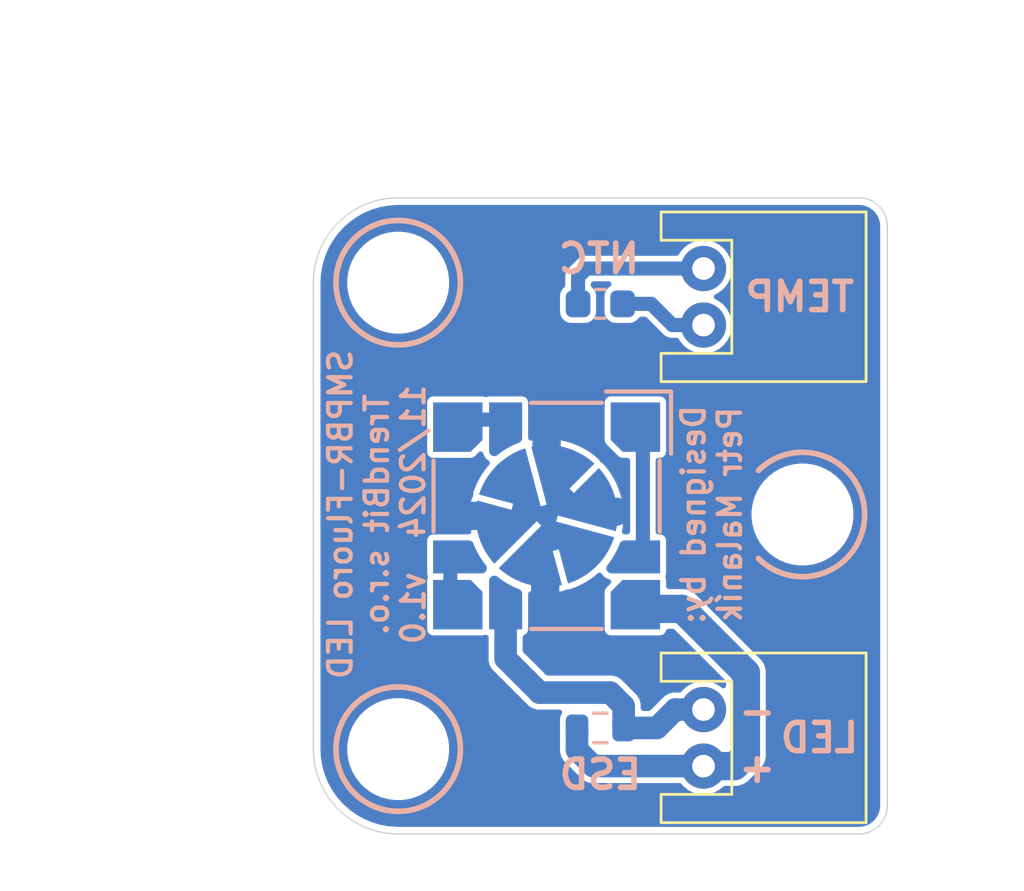
<source format=kicad_pcb>
(kicad_pcb (version 20240108) (generator "pcbnew") (generator_version "8.0")
  (title_block (title "SMPBR - Fluorometer LED 10W") (date "2024-11-22") (rev "${VERSION}") (company "TrendBit s.r.o.") (comment 1 "Designed by: Petr Malaník"))
  (layers (0 "F.Cu" signal) (31 "B.Cu" signal) (34 "B.Paste" user) (35 "F.Paste" user) (36 "B.SilkS" user "B.Silkscreen") (37 "F.SilkS" user "F.Silkscreen") (38 "B.Mask" user) (39 "F.Mask" user) (44 "Edge.Cuts" user))
  (property "VERSION" "1.0")
  (net 0 "")
  (net 1 "/LED_K")
  (net 2 "/LED_A")
  (net 3 "Net-(J1-Pin_2)")
  (net 4 "Net-(J1-Pin_1)")
  (net 5 "unconnected-(D1-SLUG-Pad9)")
  (net 6 "Net-(D1-A4)")
  (net 7 "Net-(D1-A3)")
  (net 8 "Net-(D1-A2)")
  (footprint "MountingHole:MountingHole_3.2mm_M3" (layer "F.Cu") (at 138 104.5)
    (property "Reference" "MK1" (hide yes))
    (property "Value" "M2.5")
    (pad "" np_thru_hole circle (at 0 0) (size 3.2 3.2) (drill 3.2) (layers "*.Cu" "*.Mask"))
  )
  (footprint "TCY_connectors:Hirose_DF3A-02P-2DS_1x02_P2.00mm_Horizontal" (layer "F.Cu") (at 151.3 104.1 90)
    (property "Reference" "J3" (hide yes))
    (property "Value" "DF3A-2P-2DS")
    (fp_line (start 3 -4) (end 3 3.25) (stroke (width 0.1)) (layer "F.SilkS"))
    (fp_line (start 2 -4) (end 3 -4) (stroke (width 0.1)) (layer "F.SilkS"))
    (fp_line (start -2 -4) (end -2 -1.5) (stroke (width 0.1)) (layer "F.SilkS"))
    (fp_line (start -3 -4) (end -2 -4) (stroke (width 0.1)) (layer "F.SilkS"))
    (fp_line (start -3 -4) (end -3 3.25) (stroke (width 0.1)) (layer "F.SilkS"))
    (fp_line (start 2 -1.5) (end 2 -4) (stroke (width 0.1)) (layer "F.SilkS"))
    (fp_line (start -2 -1.5) (end 2 -1.5) (stroke (width 0.1)) (layer "F.SilkS"))
    (fp_line (start 3 3.25) (end -3 3.25) (stroke (width 0.1)) (layer "F.SilkS"))
    (pad "1" thru_hole circle (at -1 -2.5 90) (size 1.6 1.6) (drill 0.8) (layers "*.Cu" "*.Mask") (net 2 "/LED_A"))
    (pad "2" thru_hole circle (at 1 -2.5 90) (size 1.6 1.6) (drill 0.8) (layers "*.Cu" "*.Mask") (net 1 "/LED_K"))
  )
  (footprint "MountingHole:MountingHole_3.2mm_M3" (layer "F.Cu") (at 152.3 96.2)
    (property "Reference" "MK3" (hide yes))
    (property "Value" "M2.5")
    (pad "" np_thru_hole circle (at 0 0) (size 3.2 3.2) (drill 3.2) (layers "*.Cu" "*.Mask"))
  )
  (footprint "TCY_connectors:Hirose_DF3A-02P-2DS_1x02_P2.00mm_Horizontal" (layer "F.Cu") (at 151.3 88.5 90)
    (property "Reference" "J1" (hide yes))
    (property "Value" "DF3A-2P-2DS")
    (fp_line (start 3 -4) (end 3 3.25) (stroke (width 0.1)) (layer "F.SilkS"))
    (fp_line (start 2 -4) (end 3 -4) (stroke (width 0.1)) (layer "F.SilkS"))
    (fp_line (start -2 -4) (end -2 -1.5) (stroke (width 0.1)) (layer "F.SilkS"))
    (fp_line (start -3 -4) (end -2 -4) (stroke (width 0.1)) (layer "F.SilkS"))
    (fp_line (start -3 -4) (end -3 3.25) (stroke (width 0.1)) (layer "F.SilkS"))
    (fp_line (start 2 -1.5) (end 2 -4) (stroke (width 0.1)) (layer "F.SilkS"))
    (fp_line (start -2 -1.5) (end 2 -1.5) (stroke (width 0.1)) (layer "F.SilkS"))
    (fp_line (start 3 3.25) (end -3 3.25) (stroke (width 0.1)) (layer "F.SilkS"))
    (pad "1" thru_hole circle (at -1 -2.5 90) (size 1.6 1.6) (drill 0.8) (layers "*.Cu" "*.Mask") (net 4 "Net-(J1-Pin_1)"))
    (pad "2" thru_hole circle (at 1 -2.5 90) (size 1.6 1.6) (drill 0.8) (layers "*.Cu" "*.Mask") (net 3 "Net-(J1-Pin_2)"))
  )
  (footprint "MountingHole:MountingHole_3.2mm_M3" (layer "F.Cu") (at 138 88)
    (property "Reference" "MK2" (hide yes))
    (property "Value" "M2.5")
    (pad "" np_thru_hole circle (at 0 0) (size 3.2 3.2) (drill 3.2) (layers "*.Cu" "*.Mask"))
  )
  (footprint "TCY_smd_leds:OSRAM_LZ4-00" (layer "B.Cu") (at 143.25 96.25 90)
    (property "Reference" "D1" (hide yes))
    (property "Value" "LZ4-00G108")
    (fp_line (start 1.95 -4) (end -0.55 -4) (stroke (width 0.15)) (layer "B.SilkS"))
    (fp_line (start 4 1.95) (end 4 -0.55) (stroke (width 0.15)) (layer "B.SilkS"))
    (fp_line (start -4 1.95) (end -4 -0.55) (stroke (width 0.15)) (layer "B.SilkS"))
    (fp_line (start 4.4 2.1) (end 4.4 4.4) (stroke (width 0.15)) (layer "B.SilkS"))
    (fp_line (start 1.95 4) (end -0.55 4) (stroke (width 0.15)) (layer "B.SilkS"))
    (fp_line (start 4.4 4.4) (end 2.2 4.4) (stroke (width 0.15)) (layer "B.SilkS"))
    (pad "1" smd custom (at -3.29 3.16 90) (size 1 1) (layers "B.Cu") (net 2 "/LED_A") (options (clearance outline) (anchor rect)) (primitives (gr_poly (pts (xy -0.72 -0.89) (xy -0.72 0.85) (xy 1.02 0.85) (xy 1.02 -0.47) (xy 0.6 -0.89)) (width 0.01) (fill yes))))
    (pad "2" smd custom (at -1.45 3.405 90) (size 1 1) (layers "B.Cu") (net 8 "Net-(D1-A2)") (options (clearance outline) (anchor rect)) (primitives (gr_poly (pts (xy -0.58 -1.1068) (xy -0.58 0.605) (xy 0.58 0.605) (xy 0.58 -0.649) (xy 0.58 -0.656) (xy 0.579 -0.662) (xy 0.579 -0.669) (xy 0.578 -0.676) (xy 0.577 -0.683) (xy 0.575 -0.689) (xy 0.574 -0.696) (xy 0.572 -0.702) (xy 0.57 -0.709) (xy 0.567 -0.715) (xy 0.565 -0.722) (xy 0.562 -0.728) (xy 0.559 -0.734) (xy 0.555 -0.74) (xy 0.552 -0.746) (xy 0.548 -0.751) (xy 0.544 -0.757) (xy 0.54 -0.762) (xy 0.536 -0.767) (xy 0.531 -0.772) (xy 0.526 -0.777) (xy 0.521 -0.782) (xy 0.516 -0.786) (xy 0.511 -0.791) (xy 0.505 -0.795) (xy 0.5 -0.799) (xy 0.494 -0.802) (xy 0.488 -0.806) (xy 0.482 -0.809) (xy 0.477 -0.812) (xy 0.43 -0.83) (xy 0.403 -0.84) (xy 0.376 -0.852) (xy 0.35 -0.863) (xy 0.323 -0.875) (xy 0.297 -0.886) (xy 0.27 -0.899) (xy 0.244 -0.911) (xy 0.218 -0.924) (xy 0.192 -0.937) (xy 0.166 -0.95) (xy 0.141 -0.964) (xy 0.115 -0.978) (xy 0.09 -0.992) (xy 0.065 -1.006) (xy 0.04 -1.021) (xy 0.015 -1.036) (xy -0.01 -1.051) (xy -0.034 -1.066) (xy -0.059 -1.082) (xy -0.083 -1.098) (xy -0.107 -1.114) (xy -0.131 -1.13) (xy -0.155 -1.147) (xy -0.178 -1.164) (xy -0.202 -1.181) (xy -0.225 -1.199) (xy -0.248 -1.216) (xy -0.271 -1.234) (xy -0.287 -1.247) (xy -0.297 -1.255) (xy -0.309 -1.262) (xy -0.321 -1.269) (xy -0.333 -1.274) (xy -0.346 -1.279) (xy -0.359 -1.282) (xy -0.372 -1.285) (xy -0.385 -1.286) (xy -0.399 -1.287) (xy -0.412 -1.287) (xy -0.426 -1.285) (xy -0.439 -1.283) (xy -0.452 -1.279) (xy -0.465 -1.275) (xy -0.477 -1.269) (xy -0.489 -1.263) (xy -0.501 -1.256) (xy -0.512 -1.248) (xy -0.522 -1.239) (xy -0.532 -1.23) (xy -0.54 -1.219) (xy -0.549 -1.209) (xy -0.556 -1.197) (xy -0.562 -1.185) (xy -0.567 -1.173) (xy -0.572 -1.16) (xy -0.575 -1.147) (xy -0.578 -1.134) (xy -0.579 -1.12) (xy -0.58 -1.107) (xy -0.58 -1.1068)) (width 0.01) (fill yes))))
    (pad "3" smd custom (at 3.14 3.31 90) (size 1 1) (layers "B.Cu") (net 8 "Net-(D1-A2)") (options (clearance outline) (anchor rect)) (primitives (gr_poly (pts (xy -0.87 0.7) (xy 0.87 0.7) (xy 0.87 -1.04) (xy -0.45 -1.04) (xy -0.87 -0.62)) (width 0.01) (fill yes))))
    (pad "4" smd custom (at 3.405 -1.45 90) (size 1 1) (layers "B.Cu") (net 7 "Net-(D1-A3)") (options (clearance outline) (anchor rect)) (primitives (gr_poly (pts (xy -1.1068 -0.58) (xy 0.605 -0.58) (xy 0.605 0.58) (xy -0.649 0.58) (xy -0.656 0.58) (xy -0.662 0.579) (xy -0.669 0.579) (xy -0.676 0.578) (xy -0.683 0.577) (xy -0.689 0.575) (xy -0.696 0.574) (xy -0.702 0.572) (xy -0.709 0.57) (xy -0.715 0.567) (xy -0.722 0.565) (xy -0.728 0.562) (xy -0.734 0.559) (xy -0.74 0.555) (xy -0.746 0.552) (xy -0.751 0.548) (xy -0.757 0.544) (xy -0.762 0.54) (xy -0.767 0.536) (xy -0.772 0.531) (xy -0.777 0.526) (xy -0.782 0.521) (xy -0.786 0.516) (xy -0.791 0.511) (xy -0.795 0.505) (xy -0.799 0.5) (xy -0.802 0.494) (xy -0.806 0.488) (xy -0.809 0.482) (xy -0.812 0.477) (xy -0.83 0.43) (xy -0.84 0.403) (xy -0.852 0.376) (xy -0.863 0.35) (xy -0.875 0.323) (xy -0.886 0.297) (xy -0.899 0.27) (xy -0.911 0.244) (xy -0.924 0.218) (xy -0.937 0.192) (xy -0.95 0.166) (xy -0.964 0.141) (xy -0.978 0.115) (xy -0.992 0.09) (xy -1.006 0.065) (xy -1.021 0.04) (xy -1.036 0.015) (xy -1.051 -0.01) (xy -1.066 -0.034) (xy -1.082 -0.059) (xy -1.098 -0.083) (xy -1.114 -0.107) (xy -1.13 -0.131) (xy -1.147 -0.155) (xy -1.164 -0.178) (xy -1.181 -0.202) (xy -1.199 -0.225) (xy -1.216 -0.248) (xy -1.234 -0.271) (xy -1.247 -0.287) (xy -1.255 -0.297) (xy -1.262 -0.309) (xy -1.269 -0.321) (xy -1.274 -0.333) (xy -1.279 -0.346) (xy -1.282 -0.359) (xy -1.285 -0.372) (xy -1.286 -0.385) (xy -1.287 -0.399) (xy -1.287 -0.412) (xy -1.285 -0.426) (xy -1.283 -0.439) (xy -1.279 -0.452) (xy -1.275 -0.465) (xy -1.269 -0.477) (xy -1.263 -0.489) (xy -1.256 -0.501) (xy -1.248 -0.512) (xy -1.239 -0.522) (xy -1.23 -0.532) (xy -1.219 -0.54) (xy -1.209 -0.549) (xy -1.197 -0.556) (xy -1.185 -0.562) (xy -1.173 -0.567) (xy -1.16 -0.572) (xy -1.147 -0.575) (xy -1.134 -0.578) (xy -1.12 -0.579) (xy -1.107 -0.58) (xy -1.1068 -0.58)) (width 0.01) (fill yes))))
    (pad "5" smd custom (at 3.29 -3.16 90) (size 1 1) (layers "B.Cu") (net 7 "Net-(D1-A3)") (options (clearance outline) (anchor rect)) (primitives (gr_poly (pts (xy 0.72 0.89) (xy 0.72 -0.85) (xy -1.02 -0.85) (xy -1.02 0.47) (xy -0.6 0.89)) (width 0.01) (fill yes))))
    (pad "6" smd custom (at -1.45 -3.405 90) (size 1 1) (layers "B.Cu") (net 6 "Net-(D1-A4)") (options (clearance outline) (anchor rect)) (primitives (gr_poly (pts (xy -0.58 1.1068) (xy -0.58 -0.605) (xy 0.58 -0.605) (xy 0.58 0.649) (xy 0.58 0.656) (xy 0.579 0.662) (xy 0.579 0.669) (xy 0.578 0.676) (xy 0.577 0.683) (xy 0.575 0.689) (xy 0.574 0.696) (xy 0.572 0.702) (xy 0.57 0.709) (xy 0.567 0.715) (xy 0.565 0.722) (xy 0.562 0.728) (xy 0.559 0.734) (xy 0.555 0.74) (xy 0.552 0.746) (xy 0.548 0.751) (xy 0.544 0.757) (xy 0.54 0.762) (xy 0.536 0.767) (xy 0.531 0.772) (xy 0.526 0.777) (xy 0.521 0.782) (xy 0.516 0.786) (xy 0.511 0.791) (xy 0.505 0.795) (xy 0.5 0.799) (xy 0.494 0.802) (xy 0.488 0.806) (xy 0.482 0.809) (xy 0.477 0.812) (xy 0.43 0.83) (xy 0.403 0.84) (xy 0.376 0.852) (xy 0.35 0.863) (xy 0.323 0.875) (xy 0.297 0.886) (xy 0.27 0.899) (xy 0.244 0.911) (xy 0.218 0.924) (xy 0.192 0.937) (xy 0.166 0.95) (xy 0.141 0.964) (xy 0.115 0.978) (xy 0.09 0.992) (xy 0.065 1.006) (xy 0.04 1.021) (xy 0.015 1.036) (xy -0.01 1.051) (xy -0.034 1.066) (xy -0.059 1.082) (xy -0.083 1.098) (xy -0.107 1.114) (xy -0.131 1.13) (xy -0.155 1.147) (xy -0.178 1.164) (xy -0.202 1.181) (xy -0.225 1.199) (xy -0.248 1.216) (xy -0.271 1.234) (xy -0.287 1.247) (xy -0.297 1.255) (xy -0.309 1.262) (xy -0.321 1.269) (xy -0.333 1.274) (xy -0.346 1.279) (xy -0.359 1.282) (xy -0.372 1.285) (xy -0.385 1.286) (xy -0.399 1.287) (xy -0.412 1.287) (xy -0.426 1.285) (xy -0.439 1.283) (xy -0.452 1.279) (xy -0.465 1.275) (xy -0.477 1.269) (xy -0.489 1.263) (xy -0.501 1.256) (xy -0.512 1.248) (xy -0.522 1.239) (xy -0.532 1.23) (xy -0.54 1.219) (xy -0.549 1.209) (xy -0.556 1.197) (xy -0.562 1.185) (xy -0.567 1.173) (xy -0.572 1.16) (xy -0.575 1.147) (xy -0.578 1.134) (xy -0.579 1.12) (xy -0.58 1.107) (xy -0.58 1.1068)) (width 0.01) (fill yes))))
    (pad "7" smd custom (at -3.14 -3.31 90) (size 1 1) (layers "B.Cu") (net 6 "Net-(D1-A4)") (options (clearance outline) (anchor rect)) (primitives (gr_poly (pts (xy -0.87 1.04) (xy -0.87 -0.7) (xy 0.87 -0.7) (xy 0.87 0.62) (xy 0.45 1.04)) (width 0.01) (fill yes))))
    (pad "8" smd custom (at -3.405 -1.45 90) (size 1 1) (layers "B.Cu") (net 1 "/LED_K") (options (clearance outline) (anchor rect)) (primitives (gr_poly (pts (xy 1.1068 -0.58) (xy -0.605 -0.58) (xy -0.605 0.58) (xy 0.649 0.58) (xy 0.656 0.58) (xy 0.662 0.579) (xy 0.669 0.579) (xy 0.676 0.578) (xy 0.683 0.577) (xy 0.689 0.575) (xy 0.696 0.574) (xy 0.702 0.572) (xy 0.709 0.57) (xy 0.715 0.567) (xy 0.722 0.565) (xy 0.728 0.562) (xy 0.734 0.559) (xy 0.74 0.555) (xy 0.746 0.552) (xy 0.751 0.548) (xy 0.757 0.544) (xy 0.762 0.54) (xy 0.767 0.536) (xy 0.772 0.531) (xy 0.777 0.526) (xy 0.782 0.521) (xy 0.786 0.516) (xy 0.791 0.511) (xy 0.795 0.505) (xy 0.799 0.5) (xy 0.802 0.494) (xy 0.806 0.488) (xy 0.809 0.482) (xy 0.812 0.477) (xy 0.83 0.43) (xy 0.84 0.403) (xy 0.852 0.376) (xy 0.863 0.35) (xy 0.875 0.323) (xy 0.886 0.297) (xy 0.899 0.27) (xy 0.911 0.244) (xy 0.924 0.218) (xy 0.937 0.192) (xy 0.95 0.166) (xy 0.964 0.141) (xy 0.978 0.115) (xy 0.992 0.09) (xy 1.006 0.065) (xy 1.021 0.04) (xy 1.036 0.015) (xy 1.051 -0.01) (xy 1.066 -0.034) (xy 1.082 -0.059) (xy 1.098 -0.083) (xy 1.114 -0.107) (xy 1.13 -0.131) (xy 1.147 -0.155) (xy 1.164 -0.178) (xy 1.181 -0.202) (xy 1.199 -0.225) (xy 1.216 -0.248) (xy 1.234 -0.271) (xy 1.247 -0.287) (xy 1.255 -0.297) (xy 1.262 -0.309) (xy 1.269 -0.321) (xy 1.274 -0.333) (xy 1.279 -0.346) (xy 1.282 -0.359) (xy 1.285 -0.372) (xy 1.286 -0.385) (xy 1.287 -0.399) (xy 1.287 -0.412) (xy 1.285 -0.426) (xy 1.283 -0.439) (xy 1.279 -0.452) (xy 1.275 -0.465) (xy 1.269 -0.477) (xy 1.263 -0.489) (xy 1.256 -0.501) (xy 1.248 -0.512) (xy 1.239 -0.522) (xy 1.23 -0.532) (xy 1.219 -0.54) (xy 1.209 -0.549) (xy 1.197 -0.556) (xy 1.185 -0.562) (xy 1.173 -0.567) (xy 1.16 -0.572) (xy 1.147 -0.575) (xy 1.134 -0.578) (xy 1.12 -0.579) (xy 1.107 -0.58) (xy 1.1068 -0.58)) (width 0.01) (fill yes))))
    (pad "9" smd custom (at 0 0 90) (size 0.1 0.1) (layers "B.Cu") (net 5 "unconnected-(D1-SLUG-Pad9)") (options (clearance outline) (anchor rect)) (primitives (gr_poly (pts (xy -1.84908 -1.68645) (xy -1.912 -1.615) (xy -1.961 -1.555) (xy -2.009 -1.492) (xy -2.055 -1.428) (xy -2.099 -1.363) (xy -2.141 -1.296) (xy -2.18 -1.229) (xy -2.218 -1.159) (xy -2.253 -1.089) (xy -2.286 -1.018) (xy -2.317 -0.946) (xy -2.346 -0.872) (xy -2.372 -0.798) (xy -2.396 -0.723) (xy -2.417 -0.648) (xy -2.437 -0.571) (xy -2.453 -0.495) (xy -2.468 -0.417) (xy -2.479 -0.34) (xy -2.489 -0.262) (xy -2.496 -0.183) (xy -2.5 -0.105) (xy -2.502 -0.026) (xy -2.502 0.052) (xy -2.499 0.131) (xy -2.494 0.209) (xy -2.486 0.288) (xy -2.476 0.366) (xy -2.463 0.443) (xy -2.445 0.536) (xy -1.237 0.212) (xy -1.178 0.435) (xy -2.385 0.758) (xy -2.355 0.848) (xy -2.327 0.921) (xy -2.297 0.994) (xy -2.264 1.066) (xy -2.23 1.136) (xy -2.193 1.206) (xy -2.154 1.274) (xy -2.113 1.341) (xy -2.07 1.407) (xy -2.025 1.471) (xy -1.977 1.534) (xy -1.928 1.595) (xy -1.877 1.655) (xy -1.824 1.713) (xy -1.77 1.77) (xy -1.713 1.824) (xy -1.655 1.877) (xy -1.595 1.928) (xy -1.534 1.977) (xy -1.471 2.025) (xy -1.407 2.07) (xy -1.341 2.113) (xy -1.274 2.154) (xy -1.206 2.193) (xy -1.136 2.23) (xy -1.066 2.264) (xy -0.994 2.297) (xy -0.921 2.327) (xy -0.848 2.355) (xy -0.758 2.385) (xy -0.203 0.331) (xy 0.019 0.391) (xy -0.536 2.445) (xy -0.443 2.463) (xy -0.366 2.476) (xy -0.288 2.486) (xy -0.209 2.494) (xy -0.131 2.499) (xy -0.052 2.502) (xy 0.026 2.503) (xy 0.105 2.5) (xy 0.183 2.496) (xy 0.262 2.489) (xy 0.34 2.479) (xy 0.417 2.468) (xy 0.495 2.453) (xy 0.571 2.437) (xy 0.648 2.417) (xy 0.723 2.396) (xy 0.798 2.372) (xy 0.872 2.346) (xy 0.946 2.317) (xy 1.018 2.286) (xy 1.089 2.253) (xy 1.159 2.218) (xy 1.229 2.18) (xy 1.296 2.141) (xy 1.363 2.099) (xy 1.428 2.055) (xy 1.492 2.009) (xy 1.554 1.961) (xy 1.615 1.912) (xy 1.686 1.849) (xy 0.803 0.965) (xy 0.965 0.803) (xy 1.849 1.686) (xy 1.912 1.615) (xy 1.961 1.555) (xy 2.009 1.492) (xy 2.055 1.428) (xy 2.099 1.363) (xy 2.141 1.296) (xy 2.18 1.229) (xy 2.218 1.159) (xy 2.253 1.089) (xy 2.286 1.018) (xy 2.317 0.946) (xy 2.346 0.872) (xy 2.372 0.798) (xy 2.396 0.723) (xy 2.417 0.648) (xy 2.437 0.571) (xy 2.453 0.495) (xy 2.468 0.417) (xy 2.479 0.34) (xy 2.489 0.262) (xy 2.496 0.183) (xy 2.5 0.105) (xy 2.502 0.026) (xy 2.502 -0.052) (xy 2.499 -0.131) (xy 2.494 -0.209) (xy 2.486 -0.288) (xy 2.476 -0.366) (xy 2.463 -0.443) (xy 2.445 -0.536) (xy 0.393 0.009) (xy 0.334 -0.213) (xy 2.385 -0.758) (xy 2.355 -0.848) (xy 2.327 -0.921) (xy 2.297 -0.994) (xy 2.264 -1.066) (xy 2.23 -1.136) (xy 2.193 -1.206) (xy 2.154 -1.274) (xy 2.113 -1.341) (xy 2.07 -1.407) (xy 2.025 -1.471) (xy 1.977 -1.534) (xy 1.928 -1.595) (xy 1.877 -1.655) (xy 1.824 -1.713) (xy 1.77 -1.77) (xy 1.713 -1.824) (xy 1.655 -1.877) (xy 1.595 -1.928) (xy 1.534 -1.977) (xy 1.471 -2.025) (xy 1.407 -2.07) (xy 1.341 -2.113) (xy 1.274 -2.154) (xy 1.206 -2.193) (xy 1.136 -2.23) (xy 1.066 -2.264) (xy 0.994 -2.297) (xy 0.921 -2.327) (xy 0.848 -2.355) (xy 0.758 -2.385) (xy 0.435 -1.178) (xy 0.212 -1.237) (xy 0.536 -2.445) (xy 0.443 -2.463) (xy 0.366 -2.476) (xy 0.288 -2.486) (xy 0.209 -2.494) (xy 0.131 -2.499) (xy 0.052 -2.502) (xy -0.026 -2.502) (xy -0.105 -2.5) (xy -0.183 -2.496) (xy -0.262 -2.489) (xy -0.34 -2.479) (xy -0.417 -2.468) (xy -0.495 -2.453) (xy -0.571 -2.437) (xy -0.648 -2.417) (xy -0.723 -2.396) (xy -0.798 -2.372) (xy -0.872 -2.346) (xy -0.946 -2.317) (xy -1.018 -2.286) (xy -1.089 -2.253) (xy -1.159 -2.218) (xy -1.229 -2.18) (xy -1.296 -2.141) (xy -1.363 -2.099) (xy -1.428 -2.055) (xy -1.492 -2.009) (xy -1.555 -1.961) (xy -1.615 -1.912) (xy -1.686 -1.849) (xy -0.184 -0.346) (xy -0.346 -0.184) (xy -1.849 -1.686) (xy -1.84908 -1.68645)) (width 0.01) (fill yes))))
  )
  (footprint "Inductor_SMD:L_0603_1608Metric" (layer "B.Cu") (at 145.15 88.75 180)
    (property "Reference" "TH1" (hide yes))
    (property "Value" "10k, 3950b")
    (fp_line (start 0.162779 0.51) (end -0.162779 0.51) (stroke (width 0.12)) (layer "B.SilkS"))
    (fp_line (start 0.162779 -0.51) (end -0.162779 -0.51) (stroke (width 0.12)) (layer "B.SilkS"))
    (pad "1" smd roundrect (at -0.7875 0 180) (size 0.875 0.95) (layers "B.Cu" "B.Paste" "B.Mask") (net 4 "Net-(J1-Pin_1)"))
    (pad "2" smd roundrect (at 0.7875 0 180) (size 0.875 0.95) (layers "B.Cu" "B.Paste" "B.Mask") (net 3 "Net-(J1-Pin_2)"))
  )
  (footprint "Resistor_SMD:R_0603_1608Metric" (layer "B.Cu") (at 145.15 103.75 180)
    (property "Reference" "D2" (hide yes))
    (property "Value" "24V/15kV")
    (fp_line (start 0.237258 0.5225) (end -0.237258 0.5225) (stroke (width 0.12)) (layer "B.SilkS"))
    (fp_line (start 0.237258 -0.5225) (end -0.237258 -0.5225) (stroke (width 0.12)) (layer "B.SilkS"))
    (pad "1" smd roundrect (at -0.825 0 180) (size 0.8 0.95) (layers "B.Cu" "B.Paste" "B.Mask") (net 1 "/LED_K"))
    (pad "2" smd roundrect (at 0.825 0 180) (size 0.8 0.95) (layers "B.Cu" "B.Paste" "B.Mask") (net 2 "/LED_A"))
  )
  (gr_circle (center 138 104.5) (end 140.2 104.5) (stroke (width 0.2)) (fill none) (layer "B.SilkS"))
  (gr_circle (center 138 88) (end 140.2 88) (stroke (width 0.2)) (fill none) (layer "B.SilkS"))
  (gr_arc (start 150.744365 94.644365) (mid 154.5 96.2) (end 150.744365 97.755635) (stroke (width 0.2)) (layer "B.SilkS"))
  (gr_arc (start 135 88) (mid 135.87868 85.87868) (end 138 85) (stroke (width 0.05)) (layer "Edge.Cuts"))
  (gr_line (start 135 104.5) (end 135 88) (stroke (width 0.05)) (layer "Edge.Cuts"))
  (gr_arc (start 138 107.5) (mid 135.87868 106.62132) (end 135 104.5) (stroke (width 0.05)) (layer "Edge.Cuts"))
  (gr_line (start 155.3 86) (end 155.3 106.5) (stroke (width 0.05)) (layer "Edge.Cuts"))
  (gr_line (start 138 85) (end 154.3 85) (stroke (width 0.05)) (layer "Edge.Cuts"))
  (gr_arc (start 154.3 85) (mid 155.007107 85.292893) (end 155.3 86) (stroke (width 0.05)) (layer "Edge.Cuts"))
  (gr_arc (start 155.3 106.5) (mid 155.007107 107.207107) (end 154.3 107.5) (stroke (width 0.05)) (layer "Edge.Cuts"))
  (gr_line (start 154.3 107.5) (end 138 107.5) (stroke (width 0.05)) (layer "Edge.Cuts"))
  (gr_text "SMPBR-Fluoro LED\nTrendBit s.r.o.\n11/2024  v${VERSION}" (at 139 96.2 90) (layer "B.SilkS") (effects (font (size 0.8 0.8) (thickness 0.15) (bold yes)) (justify bottom mirror)))
  (gr_text "Designed by:\nPetr Malaník" (at 150.2 96.2 90) (layer "B.SilkS") (effects (font (size 0.8 0.8) (thickness 0.15) (bold yes)) (justify bottom mirror)))
  (gr_text "LED" (at 152.9 104.1 0) (layer "B.SilkS") (effects (font (size 1 1) (thickness 0.2) (bold yes)) (justify mirror)))
  (gr_text "ESD" (at 145.15 105.4 -0) (layer "B.SilkS") (effects (font (size 1 1) (thickness 0.2) (bold yes)) (justify mirror)))
  (gr_text "NTC" (at 145.1 87.15 0) (layer "B.SilkS") (effects (font (size 1 1) (thickness 0.2) (bold yes)) (justify mirror)))
  (gr_text "+" (at 150.7 105.15 0) (layer "B.SilkS") (effects (font (size 1 1) (thickness 0.2) (bold yes)) (justify mirror)))
  (gr_text "-" (at 150.7 103.15 0) (layer "B.SilkS") (effects (font (size 1 1) (thickness 0.2) (bold yes)) (justify mirror)))
  (gr_text "TEMP" (at 152.2 88.5 0) (layer "B.SilkS") (effects (font (size 1 1) (thickness 0.2) (bold yes)) (justify mirror)))
  (segment (start 141.8 101.3) (end 143 102.5) (width 0.8) (layer "B.Cu") (net 1))
  (segment (start 147.15 103.75) (end 147.8 103.1) (width 0.8) (layer "B.Cu") (net 1))
  (segment (start 145.975 102.975) (end 145.975 103.75) (width 0.8) (layer "B.Cu") (net 1))
  (segment (start 147.8 103.1) (end 148.8 103.1) (width 0.8) (layer "B.Cu") (net 1))
  (segment (start 145.5 102.5) (end 145.975 102.975) (width 0.8) (layer "B.Cu") (net 1))
  (segment (start 143 102.5) (end 145.5 102.5) (width 0.8) (layer "B.Cu") (net 1))
  (segment (start 141.8 99.655) (end 141.8 101.3) (width 0.8) (layer "B.Cu") (net 1))
  (segment (start 145.975 103.75) (end 147.15 103.75) (width 0.8) (layer "B.Cu") (net 1))
  (segment (start 148.04 99.54) (end 150.3 101.8) (width 1) (layer "B.Cu") (net 2))
  (segment (start 144.325 104.525) (end 144.325 103.75) (width 0.8) (layer "B.Cu") (net 2))
  (segment (start 150.3 104.7) (end 149.9 105.1) (width 1) (layer "B.Cu") (net 2))
  (segment (start 150.3 101.8) (end 150.3 104.7) (width 1) (layer "B.Cu") (net 2))
  (segment (start 144.325 104.525) (end 144.9 105.1) (width 0.8) (layer "B.Cu") (net 2))
  (segment (start 146.41 99.54) (end 148.04 99.54) (width 1) (layer "B.Cu") (net 2))
  (segment (start 144.9 105.1) (end 149.3 105.1) (width 0.8) (layer "B.Cu") (net 2))
  (segment (start 149.9 105.1) (end 149.3 105.1) (width 1) (layer "B.Cu") (net 2))
  (segment (start 144.3625 88.25) (end 144.3625 87.8) (width 0.5) (layer "B.Cu") (net 3))
  (segment (start 149.3 87.5) (end 144.6625 87.5) (width 0.5) (layer "B.Cu") (net 3))
  (segment (start 144.6625 87.5) (end 144.3625 87.8) (width 0.5) (layer "B.Cu") (net 3))
  (segment (start 147.7 89.5) (end 149.3 89.5) (width 0.5) (layer "B.Cu") (net 4))
  (segment (start 146.95 88.75) (end 147.7 89.5) (width 0.5) (layer "B.Cu") (net 4))
  (segment (start 145.9375 88.75) (end 146.95 88.75) (width 0.5) (layer "B.Cu") (net 4))
  (segment (start 143.25 93.2) (end 143.25 93.8) (width 1) (layer "B.Cu") (net 5))
  (segment (start 145.7 96.1) (end 145.45 96.1) (width 1) (layer "B.Cu") (net 5))
  (segment (start 143.2 98.575) (end 143.2 99.9) (width 1) (layer "B.Cu") (net 5))
  (segment (start 140.775 96.25) (end 140.2 96.25) (width 1) (layer "B.Cu") (net 5))
  (segment (start 139.845 99.295) (end 139.94 99.39) (width 0.5) (layer "B.Cu") (net 6))
  (segment (start 139.845 97.7) (end 139.845 99.295) (width 0.5) (layer "B.Cu") (net 6))
  (segment (start 140.205 92.845) (end 140.09 92.96) (width 0.5) (layer "B.Cu") (net 7))
  (segment (start 141.8 92.845) (end 140.205 92.845) (width 0.5) (layer "B.Cu") (net 7))
  (segment (start 146.655 93.205) (end 146.56 93.11) (width 0.5) (layer "B.Cu") (net 8))
  (segment (start 146.655 97.7) (end 146.655 93.205) (width 0.5) (layer "B.Cu") (net 8))
  (zone (net 5) (net_name "unconnected-(D1-SLUG-Pad9)") (layer "B.Cu") (connect_pads no (clearance 0.2)) (min_thickness 0.2) (fill yes (thermal_gap 0.2) (thermal_bridge_width 0.2))
    (polygon (pts (xy 135 85) (xy 155.3 85) (xy 155.3 107.5) (xy 135 107.5)))
  )
)
</source>
